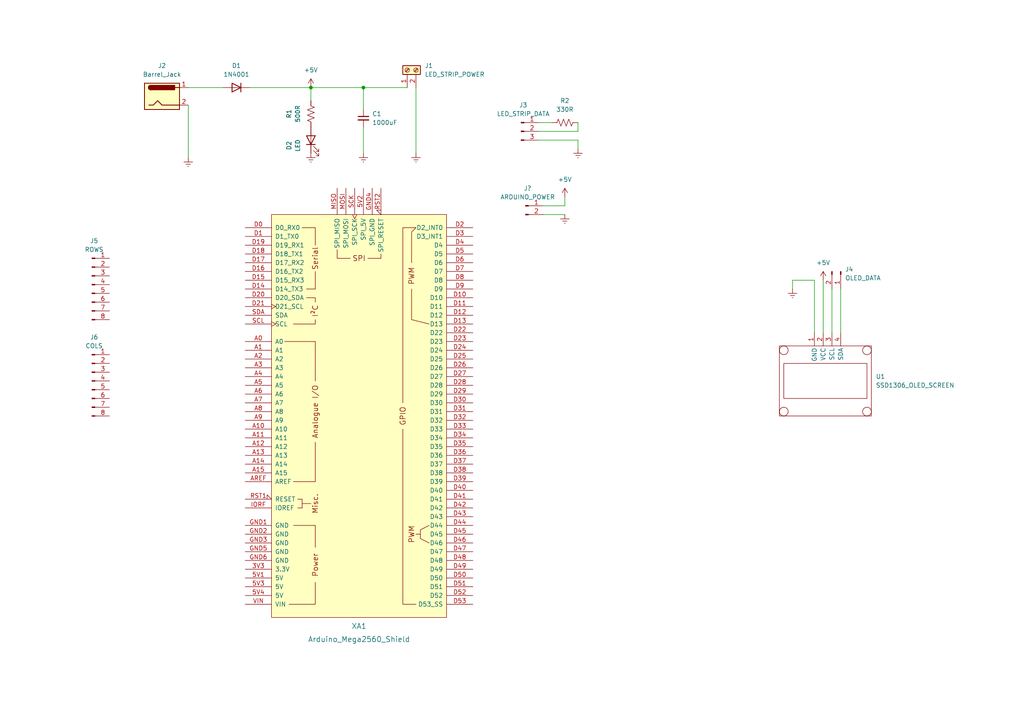
<source format=kicad_sch>
(kicad_sch (version 20211123) (generator eeschema)
  (paper "A4")
  (lib_symbols
    (symbol "Connector:Barrel_Jack" (pin_names (offset 1.016))
      (property "Reference" "J" (at 0 5.334 0))
      (property "Value" "Barrel_Jack" (at 0 -5.08 0))
      (symbol "Barrel_Jack_0_1"
        (rectangle (start -5.08 3.81) (end 5.08 -3.81) (stroke (width 0.254)) (fill (type background)))
        (arc (start -3.302 3.175) (mid -3.937 2.54) (end -3.302 1.905) (stroke (width 0.254)))
        (arc (start -3.302 3.175) (mid -3.937 2.54) (end -3.302 1.905) (stroke (width 0.254)) (fill (type outline)))
        (polyline (pts (xy 5.08 2.54) (xy 3.81 2.54)) (stroke (width 0.254)))
        (polyline (pts (xy -3.81 -2.54) (xy -2.54 -2.54) (xy -1.27 -1.27) (xy 0 -2.54) (xy 2.54 -2.54) (xy 5.08 -2.54)) (stroke (width 0.254)))
        (rectangle (start 3.683 3.175) (end -3.302 1.905) (stroke (width 0.254)) (fill (type outline)))
      )
      (symbol "Barrel_Jack_1_1"
        (pin passive line (at 7.62 2.54 180) (length 2.54) (name "~") (number "1"))
        (pin passive line (at 7.62 -2.54 180) (length 2.54) (name "~") (number "2"))
      )
    )
    (symbol "Connector:Conn_01x02_Male" (pin_names (offset 1.016) hide)
      (property "Reference" "J" (at 0 2.54 0))
      (property "Value" "Conn_01x02_Male" (at 0 -5.08 0))
      (symbol "Conn_01x02_Male_1_1"
        (polyline (pts (xy 1.27 -2.54) (xy 0.8636 -2.54)) (stroke (width 0.1524)))
        (polyline (pts (xy 1.27 0) (xy 0.8636 0)) (stroke (width 0.1524)))
        (rectangle (start 0.8636 -2.413) (end 0 -2.667) (stroke (width 0.1524)) (fill (type outline)))
        (rectangle (start 0.8636 0.127) (end 0 -0.127) (stroke (width 0.1524)) (fill (type outline)))
        (pin passive line (at 5.08 0 180) (length 3.81) (name "Pin_1") (number "1"))
        (pin passive line (at 5.08 -2.54 180) (length 3.81) (name "Pin_2") (number "2"))
      )
    )
    (symbol "Connector:Conn_01x03_Male" (pin_names (offset 1.016) hide)
      (property "Reference" "J" (at 0 5.08 0))
      (property "Value" "Conn_01x03_Male" (at 0 -5.08 0))
      (symbol "Conn_01x03_Male_1_1"
        (polyline (pts (xy 1.27 -2.54) (xy 0.8636 -2.54)) (stroke (width 0.1524)))
        (polyline (pts (xy 1.27 0) (xy 0.8636 0)) (stroke (width 0.1524)))
        (polyline (pts (xy 1.27 2.54) (xy 0.8636 2.54)) (stroke (width 0.1524)))
        (rectangle (start 0.8636 -2.413) (end 0 -2.667) (stroke (width 0.1524)) (fill (type outline)))
        (rectangle (start 0.8636 0.127) (end 0 -0.127) (stroke (width 0.1524)) (fill (type outline)))
        (rectangle (start 0.8636 2.667) (end 0 2.413) (stroke (width 0.1524)) (fill (type outline)))
        (pin passive line (at 5.08 2.54 180) (length 3.81) (name "Pin_1") (number "1"))
        (pin passive line (at 5.08 0 180) (length 3.81) (name "Pin_2") (number "2"))
        (pin passive line (at 5.08 -2.54 180) (length 3.81) (name "Pin_3") (number "3"))
      )
    )
    (symbol "Connector:Conn_01x08_Male" (pin_names (offset 1.016) hide)
      (property "Reference" "J" (at 0 10.16 0))
      (property "Value" "Conn_01x08_Male" (at 0 -12.7 0))
      (symbol "Conn_01x08_Male_1_1"
        (polyline (pts (xy 1.27 -10.16) (xy 0.8636 -10.16)) (stroke (width 0.1524)))
        (polyline (pts (xy 1.27 -7.62) (xy 0.8636 -7.62)) (stroke (width 0.1524)))
        (polyline (pts (xy 1.27 -5.08) (xy 0.8636 -5.08)) (stroke (width 0.1524)))
        (polyline (pts (xy 1.27 -2.54) (xy 0.8636 -2.54)) (stroke (width 0.1524)))
        (polyline (pts (xy 1.27 0) (xy 0.8636 0)) (stroke (width 0.1524)))
        (polyline (pts (xy 1.27 2.54) (xy 0.8636 2.54)) (stroke (width 0.1524)))
        (polyline (pts (xy 1.27 5.08) (xy 0.8636 5.08)) (stroke (width 0.1524)))
        (polyline (pts (xy 1.27 7.62) (xy 0.8636 7.62)) (stroke (width 0.1524)))
        (rectangle (start 0.8636 -10.033) (end 0 -10.287) (stroke (width 0.1524)) (fill (type outline)))
        (rectangle (start 0.8636 -7.493) (end 0 -7.747) (stroke (width 0.1524)) (fill (type outline)))
        (rectangle (start 0.8636 -4.953) (end 0 -5.207) (stroke (width 0.1524)) (fill (type outline)))
        (rectangle (start 0.8636 -2.413) (end 0 -2.667) (stroke (width 0.1524)) (fill (type outline)))
        (rectangle (start 0.8636 0.127) (end 0 -0.127) (stroke (width 0.1524)) (fill (type outline)))
        (rectangle (start 0.8636 2.667) (end 0 2.413) (stroke (width 0.1524)) (fill (type outline)))
        (rectangle (start 0.8636 5.207) (end 0 4.953) (stroke (width 0.1524)) (fill (type outline)))
        (rectangle (start 0.8636 7.747) (end 0 7.493) (stroke (width 0.1524)) (fill (type outline)))
        (pin passive line (at 5.08 7.62 180) (length 3.81) (name "Pin_1") (number "1"))
        (pin passive line (at 5.08 5.08 180) (length 3.81) (name "Pin_2") (number "2"))
        (pin passive line (at 5.08 2.54 180) (length 3.81) (name "Pin_3") (number "3"))
        (pin passive line (at 5.08 0 180) (length 3.81) (name "Pin_4") (number "4"))
        (pin passive line (at 5.08 -2.54 180) (length 3.81) (name "Pin_5") (number "5"))
        (pin passive line (at 5.08 -5.08 180) (length 3.81) (name "Pin_6") (number "6"))
        (pin passive line (at 5.08 -7.62 180) (length 3.81) (name "Pin_7") (number "7"))
        (pin passive line (at 5.08 -10.16 180) (length 3.81) (name "Pin_8") (number "8"))
      )
    )
    (symbol "Connector:Screw_Terminal_01x02" (pin_names (offset 1.016) hide)
      (property "Reference" "J" (at 0 2.54 0))
      (property "Value" "Screw_Terminal_01x02" (at 0 -5.08 0))
      (symbol "Screw_Terminal_01x02_1_1"
        (rectangle (start -1.27 1.27) (end 1.27 -3.81) (stroke (width 0.254)) (fill (type background)))
        (circle (center 0 -2.54) (radius 0.635) (stroke (width 0.1524)))
        (polyline (pts (xy -0.5334 -2.2098) (xy 0.3302 -3.048)) (stroke (width 0.1524)))
        (polyline (pts (xy -0.5334 0.3302) (xy 0.3302 -0.508)) (stroke (width 0.1524)))
        (polyline (pts (xy -0.3556 -2.032) (xy 0.508 -2.8702)) (stroke (width 0.1524)))
        (polyline (pts (xy -0.3556 0.508) (xy 0.508 -0.3302)) (stroke (width 0.1524)))
        (circle (center 0 0) (radius 0.635) (stroke (width 0.1524)))
        (pin passive line (at -5.08 0 0) (length 3.81) (name "Pin_1") (number "1"))
        (pin passive line (at -5.08 -2.54 0) (length 3.81) (name "Pin_2") (number "2"))
      )
    )
    (symbol "Device:C_Small" (pin_numbers hide) (pin_names (offset 0.254) hide)
      (property "Reference" "C" (at 0.254 1.778 0))
      (property "Value" "C_Small" (at 0.254 -2.032 0))
      (symbol "C_Small_0_1"
        (polyline (pts (xy -1.524 -0.508) (xy 1.524 -0.508)) (stroke (width 0.3302)))
        (polyline (pts (xy -1.524 0.508) (xy 1.524 0.508)) (stroke (width 0.3048)))
      )
      (symbol "C_Small_1_1"
        (pin passive line (at 0 2.54 270) (length 2.032) (name "~") (number "1"))
        (pin passive line (at 0 -2.54 90) (length 2.032) (name "~") (number "2"))
      )
    )
    (symbol "Device:LED" (pin_numbers hide) (pin_names (offset 1.016) hide)
      (property "Reference" "D" (at 0 2.54 0))
      (property "Value" "LED" (at 0 -2.54 0))
      (symbol "LED_0_1"
        (polyline (pts (xy -1.27 -1.27) (xy -1.27 1.27)) (stroke (width 0.254)))
        (polyline (pts (xy -1.27 0) (xy 1.27 0)))
        (polyline (pts (xy 1.27 -1.27) (xy 1.27 1.27) (xy -1.27 0) (xy 1.27 -1.27)) (stroke (width 0.254)))
        (polyline (pts (xy -3.048 -0.762) (xy -4.572 -2.286) (xy -3.81 -2.286) (xy -4.572 -2.286) (xy -4.572 -1.524)))
        (polyline (pts (xy -1.778 -0.762) (xy -3.302 -2.286) (xy -2.54 -2.286) (xy -3.302 -2.286) (xy -3.302 -1.524)))
      )
      (symbol "LED_1_1"
        (pin passive line (at -3.81 0 0) (length 2.54) (name "K") (number "1"))
        (pin passive line (at 3.81 0 180) (length 2.54) (name "A") (number "2"))
      )
    )
    (symbol "Device:R_US" (pin_numbers hide) (pin_names (offset 0))
      (property "Reference" "R" (at 2.54 0 90))
      (property "Value" "R_US" (at -2.54 0 90))
      (symbol "R_US_0_1"
        (polyline (pts (xy 0 -2.286) (xy 0 -2.54)))
        (polyline (pts (xy 0 2.286) (xy 0 2.54)))
        (polyline (pts (xy 0 -0.762) (xy 1.016 -1.143) (xy 0 -1.524) (xy -1.016 -1.905) (xy 0 -2.286)))
        (polyline (pts (xy 0 0.762) (xy 1.016 0.381) (xy 0 0) (xy -1.016 -0.381) (xy 0 -0.762)))
        (polyline (pts (xy 0 2.286) (xy 1.016 1.905) (xy 0 1.524) (xy -1.016 1.143) (xy 0 0.762)))
      )
      (symbol "R_US_1_1"
        (pin passive line (at 0 3.81 270) (length 1.27) (name "~") (number "1"))
        (pin passive line (at 0 -3.81 90) (length 1.27) (name "~") (number "2"))
      )
    )
    (symbol "Diode:1N4001" (pin_numbers hide) (pin_names (offset 1.016) hide)
      (property "Reference" "D" (at 0 2.54 0))
      (property "Value" "1N4001" (at 0 -2.54 0))
      (symbol "1N4001_0_1"
        (polyline (pts (xy -1.27 1.27) (xy -1.27 -1.27)) (stroke (width 0.254)))
        (polyline (pts (xy 1.27 0) (xy -1.27 0)))
        (polyline (pts (xy 1.27 1.27) (xy 1.27 -1.27) (xy -1.27 0) (xy 1.27 1.27)) (stroke (width 0.254)))
      )
      (symbol "1N4001_1_1"
        (pin passive line (at -3.81 0 0) (length 2.54) (name "K") (number "1"))
        (pin passive line (at 3.81 0 180) (length 2.54) (name "A") (number "2"))
      )
    )
    (symbol "arduino:Arduino_Mega2560_Shield" (pin_names (offset 1.016))
      (property "Reference" "XA" (at 2.54 0 90))
      (property "Value" "Arduino_Mega2560_Shield" (at -2.54 0 90))
      (symbol "Arduino_Mega2560_Shield_0_0"
        (rectangle (start -25.4 -58.42) (end 25.4 58.42) (fill (type background)))
        (rectangle (start -20.32 -54.61) (end -12.7 -54.61))
        (rectangle (start -19.05 -31.75) (end -12.7 -31.75))
        (rectangle (start -19.05 -19.05) (end -12.7 -19.05))
        (rectangle (start -19.05 26.67) (end -12.7 26.67))
        (rectangle (start -17.78 -26.67) (end -16.51 -26.67))
        (rectangle (start -17.78 -24.13) (end -16.51 -24.13))
        (rectangle (start -16.51 -25.4) (end -13.97 -25.4))
        (rectangle (start -16.51 -24.13) (end -16.51 -26.67))
        (rectangle (start -16.51 54.61) (end -12.7 54.61))
        (rectangle (start -15.24 34.29) (end -12.7 34.29))
        (rectangle (start -15.24 36.83) (end -12.7 36.83))
        (rectangle (start -12.7 -54.61) (end -12.7 -48.26))
        (rectangle (start -12.7 -31.75) (end -12.7 -38.1))
        (rectangle (start -12.7 26.67) (end -12.7 27.94))
        (rectangle (start -12.7 34.29) (end -12.7 33.02))
        (rectangle (start -12.7 41.91) (end -12.7 36.83))
        (rectangle (start -12.7 49.53) (end -12.7 54.61))
        (rectangle (start -6.35 48.26) (end -6.35 45.72))
        (rectangle (start -2.54 45.72) (end -6.35 45.72))
        (polyline (pts (xy -21.59 21.59) (xy -12.7 21.59)))
        (polyline (pts (xy -12.7 -19.05) (xy -12.7 -7.62)))
        (polyline (pts (xy -12.7 10.16) (xy -12.7 21.59)))
        (polyline (pts (xy 12.7 -54.61) (xy 16.51 -54.61)))
        (polyline (pts (xy 12.7 54.61) (xy 16.51 54.61)))
        (polyline (pts (xy 17.78 -34.29) (xy 16.51 -34.29)))
        (polyline (pts (xy 15.24 36.83) (xy 15.24 27.94) (xy 20.32 26.67)))
        (polyline (pts (xy 15.24 44.45) (xy 15.24 53.34) (xy 16.51 54.61)))
        (polyline (pts (xy 20.32 -31.75) (xy 17.78 -33.02) (xy 17.78 -35.56) (xy 20.32 -36.83)))
        (rectangle (start 6.35 45.72) (end 2.54 45.72))
        (rectangle (start 6.35 46.99) (end 6.35 45.72))
        (text "Analogue I/O" (at -12.7 1.27 900) (effects (font (size 1.524 1.524))))
        (text "I²C" (at -12.7 30.48 900) (effects (font (size 1.524 1.524))))
        (text "Misc." (at -12.7 -25.4 900) (effects (font (size 1.524 1.524))))
        (text "Power" (at -12.7 -43.18 900) (effects (font (size 1.524 1.524))))
        (text "PWM" (at 15.24 -34.29 900) (effects (font (size 1.524 1.524))))
        (text "PWM" (at 15.24 40.64 900) (effects (font (size 1.524 1.524))))
        (text "Serial" (at -12.7 45.72 900) (effects (font (size 1.524 1.524))))
        (text "SPI" (at 0 45.72 0) (effects (font (size 1.524 1.524))))
      )
      (symbol "Arduino_Mega2560_Shield_1_0"
        (rectangle (start 12.7 -54.61) (end 12.7 -3.81))
        (rectangle (start 12.7 54.61) (end 12.7 3.81))
        (text "GPIO" (at 12.7 0 900) (effects (font (size 1.524 1.524))))
      )
      (symbol "Arduino_Mega2560_Shield_1_1"
        (pin power_out line (at -33.02 -44.45 0) (length 7.62) (name "3.3V") (number "3V3"))
        (pin power_in line (at -33.02 -46.99 0) (length 7.62) (name "5V") (number "5V1"))
        (pin power_in line (at 1.27 66.04 270) (length 7.62) (name "SPI_5V") (number "5V2"))
        (pin power_in line (at -33.02 -49.53 0) (length 7.62) (name "5V") (number "5V3"))
        (pin power_in line (at -33.02 -52.07 0) (length 7.62) (name "5V") (number "5V4"))
        (pin bidirectional line (at -33.02 21.59 0) (length 7.62) (name "A0") (number "A0"))
        (pin bidirectional line (at -33.02 19.05 0) (length 7.62) (name "A1") (number "A1"))
        (pin bidirectional line (at -33.02 -3.81 0) (length 7.62) (name "A10") (number "A10"))
        (pin bidirectional line (at -33.02 -6.35 0) (length 7.62) (name "A11") (number "A11"))
        (pin bidirectional line (at -33.02 -8.89 0) (length 7.62) (name "A12") (number "A12"))
        (pin bidirectional line (at -33.02 -11.43 0) (length 7.62) (name "A13") (number "A13"))
        (pin bidirectional line (at -33.02 -13.97 0) (length 7.62) (name "A14") (number "A14"))
        (pin bidirectional line (at -33.02 -16.51 0) (length 7.62) (name "A15") (number "A15"))
        (pin bidirectional line (at -33.02 16.51 0) (length 7.62) (name "A2") (number "A2"))
        (pin bidirectional line (at -33.02 13.97 0) (length 7.62) (name "A3") (number "A3"))
        (pin bidirectional line (at -33.02 11.43 0) (length 7.62) (name "A4") (number "A4"))
        (pin bidirectional line (at -33.02 8.89 0) (length 7.62) (name "A5") (number "A5"))
        (pin bidirectional line (at -33.02 6.35 0) (length 7.62) (name "A6") (number "A6"))
        (pin bidirectional line (at -33.02 3.81 0) (length 7.62) (name "A7") (number "A7"))
        (pin bidirectional line (at -33.02 1.27 0) (length 7.62) (name "A8") (number "A8"))
        (pin bidirectional line (at -33.02 -1.27 0) (length 7.62) (name "A9") (number "A9"))
        (pin input line (at -33.02 -19.05 0) (length 7.62) (name "AREF") (number "AREF"))
        (pin bidirectional line (at -33.02 54.61 0) (length 7.62) (name "D0_RX0") (number "D0"))
        (pin bidirectional line (at -33.02 52.07 0) (length 7.62) (name "D1_TX0") (number "D1"))
        (pin bidirectional line (at 33.02 34.29 180) (length 7.62) (name "D10") (number "D10"))
        (pin bidirectional line (at 33.02 31.75 180) (length 7.62) (name "D11") (number "D11"))
        (pin bidirectional line (at 33.02 29.21 180) (length 7.62) (name "D12") (number "D12"))
        (pin bidirectional line (at 33.02 26.67 180) (length 7.62) (name "D13") (number "D13"))
        (pin bidirectional line (at -33.02 36.83 0) (length 7.62) (name "D14_TX3") (number "D14"))
        (pin bidirectional line (at -33.02 39.37 0) (length 7.62) (name "D15_RX3") (number "D15"))
        (pin bidirectional line (at -33.02 41.91 0) (length 7.62) (name "D16_TX2") (number "D16"))
        (pin bidirectional line (at -33.02 44.45 0) (length 7.62) (name "D17_RX2") (number "D17"))
        (pin bidirectional line (at -33.02 46.99 0) (length 7.62) (name "D18_TX1") (number "D18"))
        (pin bidirectional line (at -33.02 49.53 0) (length 7.62) (name "D19_RX1") (number "D19"))
        (pin bidirectional line (at 33.02 54.61 180) (length 7.62) (name "D2_INT0") (number "D2"))
        (pin bidirectional line (at -33.02 34.29 0) (length 7.62) (name "D20_SDA") (number "D20"))
        (pin bidirectional clock (at -33.02 31.75 0) (length 7.62) (name "D21_SCL") (number "D21"))
        (pin bidirectional line (at 33.02 24.13 180) (length 7.62) (name "D22") (number "D22"))
        (pin bidirectional line (at 33.02 21.59 180) (length 7.62) (name "D23") (number "D23"))
        (pin bidirectional line (at 33.02 19.05 180) (length 7.62) (name "D24") (number "D24"))
        (pin bidirectional line (at 33.02 16.51 180) (length 7.62) (name "D25") (number "D25"))
        (pin bidirectional line (at 33.02 13.97 180) (length 7.62) (name "D26") (number "D26"))
        (pin bidirectional line (at 33.02 11.43 180) (length 7.62) (name "D27") (number "D27"))
        (pin bidirectional line (at 33.02 8.89 180) (length 7.62) (name "D28") (number "D28"))
        (pin bidirectional line (at 33.02 6.35 180) (length 7.62) (name "D29") (number "D29"))
        (pin bidirectional line (at 33.02 52.07 180) (length 7.62) (name "D3_INT1") (number "D3"))
        (pin bidirectional line (at 33.02 3.81 180) (length 7.62) (name "D30") (number "D30"))
        (pin bidirectional line (at 33.02 1.27 180) (length 7.62) (name "D31") (number "D31"))
        (pin bidirectional line (at 33.02 -1.27 180) (length 7.62) (name "D32") (number "D32"))
        (pin bidirectional line (at 33.02 -3.81 180) (length 7.62) (name "D33") (number "D33"))
        (pin bidirectional line (at 33.02 -6.35 180) (length 7.62) (name "D34") (number "D34"))
        (pin bidirectional line (at 33.02 -8.89 180) (length 7.62) (name "D35") (number "D35"))
        (pin bidirectional line (at 33.02 -11.43 180) (length 7.62) (name "D36") (number "D36"))
        (pin bidirectional line (at 33.02 -13.97 180) (length 7.62) (name "D37") (number "D37"))
        (pin bidirectional line (at 33.02 -16.51 180) (length 7.62) (name "D38") (number "D38"))
        (pin bidirectional line (at 33.02 -19.05 180) (length 7.62) (name "D39") (number "D39"))
        (pin bidirectional line (at 33.02 49.53 180) (length 7.62) (name "D4") (number "D4"))
        (pin bidirectional line (at 33.02 -21.59 180) (length 7.62) (name "D40") (number "D40"))
        (pin bidirectional line (at 33.02 -24.13 180) (length 7.62) (name "D41") (number "D41"))
        (pin bidirectional line (at 33.02 -26.67 180) (length 7.62) (name "D42") (number "D42"))
        (pin bidirectional line (at 33.02 -29.21 180) (length 7.62) (name "D43") (number "D43"))
        (pin bidirectional line (at 33.02 -31.75 180) (length 7.62) (name "D44") (number "D44"))
        (pin bidirectional line (at 33.02 -34.29 180) (length 7.62) (name "D45") (number "D45"))
        (pin bidirectional line (at 33.02 -36.83 180) (length 7.62) (name "D46") (number "D46"))
        (pin bidirectional line (at 33.02 -39.37 180) (length 7.62) (name "D47") (number "D47"))
        (pin bidirectional line (at 33.02 -41.91 180) (length 7.62) (name "D48") (number "D48"))
        (pin bidirectional line (at 33.02 -44.45 180) (length 7.62) (name "D49") (number "D49"))
        (pin bidirectional line (at 33.02 46.99 180) (length 7.62) (name "D5") (number "D5"))
        (pin bidirectional line (at 33.02 -46.99 180) (length 7.62) (name "D50") (number "D50"))
        (pin bidirectional line (at 33.02 -49.53 180) (length 7.62) (name "D51") (number "D51"))
        (pin bidirectional line (at 33.02 -52.07 180) (length 7.62) (name "D52") (number "D52"))
        (pin bidirectional line (at 33.02 -54.61 180) (length 7.62) (name "D53_SS") (number "D53"))
        (pin bidirectional line (at 33.02 44.45 180) (length 7.62) (name "D6") (number "D6"))
        (pin bidirectional line (at 33.02 41.91 180) (length 7.62) (name "D7") (number "D7"))
        (pin bidirectional line (at 33.02 39.37 180) (length 7.62) (name "D8") (number "D8"))
        (pin bidirectional line (at 33.02 36.83 180) (length 7.62) (name "D9") (number "D9"))
        (pin power_in line (at -33.02 -31.75 0) (length 7.62) (name "GND") (number "GND1"))
        (pin power_in line (at -33.02 -34.29 0) (length 7.62) (name "GND") (number "GND2"))
        (pin power_in line (at -33.02 -36.83 0) (length 7.62) (name "GND") (number "GND3"))
        (pin power_in line (at 3.81 66.04 270) (length 7.62) (name "SPI_GND") (number "GND4"))
        (pin power_in line (at -33.02 -39.37 0) (length 7.62) (name "GND") (number "GND5"))
        (pin power_in line (at -33.02 -41.91 0) (length 7.62) (name "GND") (number "GND6"))
        (pin output line (at -33.02 -26.67 0) (length 7.62) (name "IOREF") (number "IORF"))
        (pin input line (at -6.35 66.04 270) (length 7.62) (name "SPI_MISO") (number "MISO"))
        (pin output line (at -3.81 66.04 270) (length 7.62) (name "SPI_MOSI") (number "MOSI"))
        (pin open_collector input_low (at -33.02 -24.13 0) (length 7.62) (name "RESET") (number "RST1"))
        (pin open_collector input_low (at 6.35 66.04 270) (length 7.62) (name "SPI_RESET") (number "RST2"))
        (pin output clock (at -1.27 66.04 270) (length 7.62) (name "SPI_SCK") (number "SCK"))
        (pin bidirectional clock (at -33.02 26.67 0) (length 7.62) (name "SCL") (number "SCL"))
        (pin bidirectional line (at -33.02 29.21 0) (length 7.62) (name "SDA") (number "SDA"))
        (pin power_in line (at -33.02 -54.61 0) (length 7.62) (name "VIN") (number "VIN"))
      )
    )
    (symbol "modules:SSD1306_OLED_SCREEN"
      (property "Reference" "U" (at 12.7 -21.59 0))
      (property "Value" "SSD1306_OLED_SCREEN" (at 13.97 -24.13 0))
      (symbol "SSD1306_OLED_SCREEN_0_1"
        (rectangle (start 0 0) (end 26.67 -20.32))
        (circle (center 1.27 -19.05) (radius 1.27))
        (rectangle (start 1.27 -5.08) (end 25.4 -15.24))
        (circle (center 1.27 -1.27) (radius 1.27))
        (circle (center 25.4 -19.05) (radius 1.27))
        (circle (center 25.4 -1.27) (radius 1.27))
      )
      (symbol "SSD1306_OLED_SCREEN_1_1"
        (pin passive line (at 10.16 3.81 270) (length 3.81) (name "GND") (number "1"))
        (pin passive line (at 12.7 3.81 270) (length 3.81) (name "VCC") (number "2"))
        (pin passive line (at 15.24 3.81 270) (length 3.81) (name "SCL") (number "3"))
        (pin passive line (at 17.78 3.81 270) (length 3.81) (name "SDA") (number "4"))
      )
    )
    (symbol "power:+5V" (power) (pin_names (offset 0))
      (property "Value" "+5V" (at 0 3.556 0))
      (symbol "+5V_0_1"
        (polyline (pts (xy -0.762 1.27) (xy 0 2.54)))
        (polyline (pts (xy 0 0) (xy 0 2.54)))
        (polyline (pts (xy 0 2.54) (xy 0.762 1.27)))
      )
      (symbol "+5V_1_1"
        (pin power_in line (at 0 0 90) (length 0) hide (name "+5V") (number "1"))
      )
    )
    (symbol "power:Earth" (power) (pin_names (offset 0))
      (symbol "Earth_0_1"
        (polyline (pts (xy -0.635 -1.905) (xy 0.635 -1.905)))
        (polyline (pts (xy -0.127 -2.54) (xy 0.127 -2.54)))
        (polyline (pts (xy 0 -1.27) (xy 0 0)))
        (polyline (pts (xy 1.27 -1.27) (xy -1.27 -1.27)))
      )
      (symbol "Earth_1_1"
        (pin power_in line (at 0 0 270) (length 0) hide (name "Earth") (number "1"))
      )
    )
  )
  (junction (at 105.41 25.4))
  (junction (at 90.17 25.4))
  (wire (pts (xy 241.3 83.82) (xy 241.3 96.52)))
  (wire (pts (xy 163.83 59.69) (xy 157.48 59.69)))
  (wire (pts (xy 120.65 25.4) (xy 120.65 44.45)))
  (wire (pts (xy 105.41 25.4) (xy 105.41 31.75)))
  (wire (pts (xy 163.83 57.15) (xy 163.83 59.69)))
  (wire (pts (xy 54.61 30.48) (xy 54.61 45.72)))
  (wire (pts (xy 54.61 25.4) (xy 64.77 25.4)))
  (wire (pts (xy 167.64 43.18) (xy 167.64 40.64)))
  (wire (pts (xy 229.87 81.28) (xy 236.22 81.28)))
  (wire (pts (xy 90.17 25.4) (xy 105.41 25.4)))
  (wire (pts (xy 236.22 81.28) (xy 236.22 96.52)))
  (wire (pts (xy 243.84 83.82) (xy 243.84 96.52)))
  (wire (pts (xy 90.17 25.4) (xy 90.17 29.21)))
  (wire (pts (xy 105.41 25.4) (xy 118.11 25.4)))
  (wire (pts (xy 229.87 83.82) (xy 229.87 81.28)))
  (wire (pts (xy 157.48 62.23) (xy 163.83 62.23)))
  (wire (pts (xy 105.41 36.83) (xy 105.41 44.45)))
  (wire (pts (xy 156.21 35.56) (xy 160.02 35.56)))
  (wire (pts (xy 167.64 38.1) (xy 156.21 38.1)))
  (wire (pts (xy 72.39 25.4) (xy 90.17 25.4)))
  (wire (pts (xy 167.64 40.64) (xy 156.21 40.64)))
  (wire (pts (xy 167.64 35.56) (xy 167.64 38.1)))
  (wire (pts (xy 238.76 81.28) (xy 238.76 96.52)))
  (symbol (lib_id "power:+5V") (at 163.83 57.15 0) (unit 1)
    (property "Reference" "#PWR?" (effects hide))
    (property "Value" "+5V" (at 163.83 52.07 0))
  )
  (symbol (lib_id "arduino:Arduino_Mega2560_Shield") (at 104.14 120.65 0) (unit 1)
    (property "Reference" "XA1" (at 104.14 181.61 0) (effects (font (size 1.524 1.524))))
    (property "Value" "Arduino_Mega2560_Shield" (at 104.14 185.42 0) (effects (font (size 1.524 1.524))))
    (property "Footprint" "Arduino:Arduino_Mega2560_Shield" (effects hide))
    (property "Datasheet" "https://docs.arduino.cc/hardware/mega-2560" (effects hide))
  )
  (symbol (lib_id "modules:SSD1306_OLED_SCREEN") (at 226.06 100.33 0) (unit 1)
    (property "Reference" "U1" (at 254 109.2199 0) (effects (justify left)))
    (property "Value" "SSD1306_OLED_SCREEN" (at 254 111.7599 0) (effects (justify left)))
    (property "Footprint" "custom-footprints:SSD1306_OLED_SCREEN" (effects hide))
  )
  (symbol (lib_id "Diode:1N4001") (at 68.58 25.4 180) (unit 1)
    (property "Reference" "D1" (at 68.58 19.05 0))
    (property "Value" "1N4001" (at 68.58 21.59 0))
    (property "Footprint" "Diode_THT:D_DO-41_SOD81_P10.16mm_Horizontal" (effects hide))
    (property "Datasheet" "http://www.vishay.com/docs/88503/1n4001.pdf" (effects hide))
  )
  (symbol (lib_id "power:+5V") (at 90.17 25.4 0) (unit 1)
    (property "Reference" "#PWR0101" (effects hide))
    (property "Value" "+5V" (at 90.17 20.32 0))
  )
  (symbol (lib_id "Connector:Conn_01x08_Male") (at 26.67 110.49 0) (unit 1)
    (property "Reference" "J6" (at 27.305 97.79 0))
    (property "Value" "COLS" (at 27.305 100.33 0))
    (property "Footprint" "Connector_PinHeader_2.54mm:PinHeader_1x08_P2.54mm_Vertical" (effects hide))
  )
  (symbol (lib_id "power:Earth") (at 167.64 43.18 0) (unit 1)
    (property "Reference" "#PWR01" (effects hide))
    (property "Value" "Earth" (effects hide))
  )
  (symbol (lib_id "power:+5V") (at 238.76 81.28 0) (unit 1)
    (property "Reference" "#PWR0107" (effects hide))
    (property "Value" "+5V" (at 238.76 76.2 0))
  )
  (symbol (lib_id "power:Earth") (at 120.65 44.45 0) (unit 1)
    (property "Reference" "#PWR0105" (effects hide))
    (property "Value" "Earth" (effects hide))
  )
  (symbol (lib_id "power:Earth") (at 105.41 44.45 0) (unit 1)
    (property "Reference" "#PWR0104" (effects hide))
    (property "Value" "Earth" (effects hide))
  )
  (symbol (lib_id "Device:C_Small") (at 105.41 34.29 0) (unit 1)
    (property "Reference" "C1" (at 107.95 33.0262 0) (effects (justify left)))
    (property "Value" "1000uF" (at 107.95 35.5662 0) (effects (justify left)))
    (property "Footprint" "Capacitor_THT:CP_Radial_D8.0mm_P3.50mm" (effects hide))
  )
  (symbol (lib_id "Connector:Conn_01x02_Male") (at 243.84 78.74 270) (unit 1)
    (property "Reference" "J4" (at 245.11 78.1049 90) (effects (justify left)))
    (property "Value" "OLED_DATA" (at 245.11 80.6449 90) (effects (justify left)))
    (property "Footprint" "Connector_PinHeader_2.54mm:PinHeader_1x02_P2.54mm_Vertical" (effects hide))
  )
  (symbol (lib_id "Connector:Screw_Terminal_01x02") (at 118.11 20.32 90) (unit 1)
    (property "Reference" "J1" (at 123.19 19.0499 90) (effects (justify right)))
    (property "Value" "LED_STRIP_POWER" (at 123.19 21.5899 90) (effects (justify right)))
    (property "Footprint" "TerminalBlock:TerminalBlock_bornier-2_P5.08mm" (effects hide))
  )
  (symbol (lib_id "power:Earth") (at 163.83 62.23 0) (unit 1)
    (property "Reference" "#PWR?" (effects hide))
    (property "Value" "Earth" (effects hide))
  )
  (symbol (lib_id "power:Earth") (at 229.87 83.82 0) (unit 1)
    (property "Reference" "#PWR0106" (effects hide))
    (property "Value" "Earth" (effects hide))
  )
  (symbol (lib_id "Device:R_US") (at 90.17 33.02 180) (unit 1)
    (property "Reference" "R1" (at 83.82 33.02 90))
    (property "Value" "500R" (at 86.36 33.02 90))
    (property "Footprint" "Resistor_THT:R_Axial_DIN0204_L3.6mm_D1.6mm_P7.62mm_Horizontal" (effects hide))
  )
  (symbol (lib_id "Connector:Conn_01x08_Male") (at 26.67 82.55 0) (unit 1)
    (property "Reference" "J5" (at 27.305 69.85 0))
    (property "Value" "ROWS" (at 27.305 72.39 0))
    (property "Footprint" "Connector_PinHeader_2.54mm:PinHeader_1x08_P2.54mm_Vertical" (effects hide))
  )
  (symbol (lib_id "power:Earth") (at 54.61 45.72 0) (unit 1)
    (property "Reference" "#PWR0103" (effects hide))
    (property "Value" "Earth" (effects hide))
  )
  (symbol (lib_id "Device:R_US") (at 163.83 35.56 90) (unit 1)
    (property "Reference" "R2" (at 163.83 29.21 90))
    (property "Value" "330R" (at 163.83 31.75 90))
    (property "Footprint" "Resistor_THT:R_Axial_DIN0204_L3.6mm_D1.6mm_P7.62mm_Horizontal" (effects hide))
  )
  (symbol (lib_id "Device:LED") (at 90.17 40.64 90) (unit 1)
    (property "Reference" "D2" (at 83.82 42.2275 0))
    (property "Value" "LED" (at 86.36 42.2275 0))
    (property "Footprint" "LED_THT:LED_D4.0mm" (effects hide))
  )
  (symbol (lib_id "power:Earth") (at 90.17 44.45 0) (unit 1)
    (property "Reference" "#PWR0102" (effects hide))
    (property "Value" "Earth" (effects hide))
  )
  (symbol (lib_id "Connector:Conn_01x03_Male") (at 151.13 38.1 0) (unit 1)
    (property "Reference" "J3" (at 151.765 30.48 0))
    (property "Value" "LED_STRIP_DATA" (at 151.765 33.02 0))
    (property "Footprint" "Connector_PinHeader_2.54mm:PinHeader_1x03_P2.54mm_Vertical" (effects hide))
  )
  (symbol (lib_id "Connector:Barrel_Jack") (at 46.99 27.94 0) (unit 1)
    (property "Reference" "J2" (at 46.99 19.05 0))
    (property "Value" "Barrel_Jack" (at 46.99 21.59 0))
    (property "Footprint" "Connector_BarrelJack:BarrelJack_Wuerth_6941xx301002" (effects hide))
  )
  (symbol (lib_id "Connector:Conn_01x02_Male") (at 152.4 59.69 0) (unit 1)
    (property "Reference" "J?" (at 153.035 54.61 0))
    (property "Value" "ARDUINO_POWER" (at 153.035 57.15 0))
    (property "Footprint" "Connector_PinHeader_2.54mm:PinHeader_1x02_P2.54mm_Vertical" (effects hide))
  )
)
</source>
